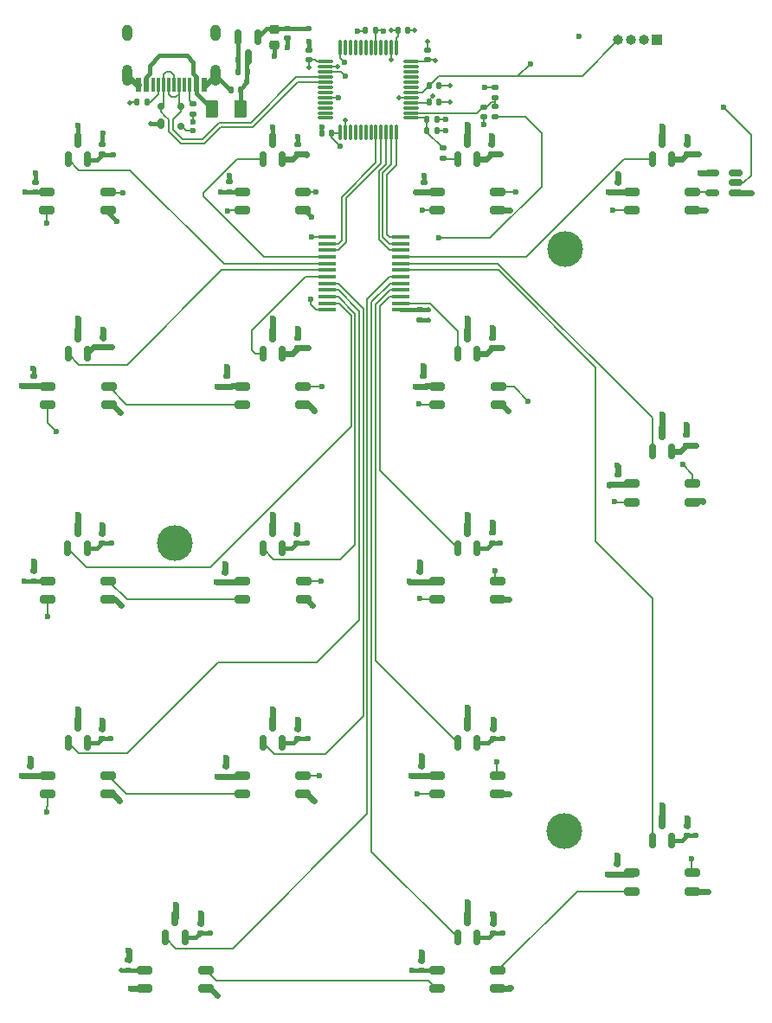
<source format=gbl>
G04 #@! TF.GenerationSoftware,KiCad,Pcbnew,8.0.5*
G04 #@! TF.CreationDate,2024-11-11T15:57:41+01:00*
G04 #@! TF.ProjectId,Klawiatura analogowa,4b6c6177-6961-4747-9572-6120616e616c,rev?*
G04 #@! TF.SameCoordinates,Original*
G04 #@! TF.FileFunction,Copper,L4,Bot*
G04 #@! TF.FilePolarity,Positive*
%FSLAX46Y46*%
G04 Gerber Fmt 4.6, Leading zero omitted, Abs format (unit mm)*
G04 Created by KiCad (PCBNEW 8.0.5) date 2024-11-11 15:57:41*
%MOMM*%
%LPD*%
G01*
G04 APERTURE LIST*
G04 Aperture macros list*
%AMRoundRect*
0 Rectangle with rounded corners*
0 $1 Rounding radius*
0 $2 $3 $4 $5 $6 $7 $8 $9 X,Y pos of 4 corners*
0 Add a 4 corners polygon primitive as box body*
4,1,4,$2,$3,$4,$5,$6,$7,$8,$9,$2,$3,0*
0 Add four circle primitives for the rounded corners*
1,1,$1+$1,$2,$3*
1,1,$1+$1,$4,$5*
1,1,$1+$1,$6,$7*
1,1,$1+$1,$8,$9*
0 Add four rect primitives between the rounded corners*
20,1,$1+$1,$2,$3,$4,$5,0*
20,1,$1+$1,$4,$5,$6,$7,0*
20,1,$1+$1,$6,$7,$8,$9,0*
20,1,$1+$1,$8,$9,$2,$3,0*%
G04 Aperture macros list end*
G04 #@! TA.AperFunction,ComponentPad*
%ADD10R,1.000000X1.000000*%
G04 #@! TD*
G04 #@! TA.AperFunction,ComponentPad*
%ADD11O,1.000000X1.000000*%
G04 #@! TD*
G04 #@! TA.AperFunction,SMDPad,CuDef*
%ADD12RoundRect,0.135000X-0.135000X-0.185000X0.135000X-0.185000X0.135000X0.185000X-0.135000X0.185000X0*%
G04 #@! TD*
G04 #@! TA.AperFunction,SMDPad,CuDef*
%ADD13RoundRect,0.135000X0.185000X-0.135000X0.185000X0.135000X-0.185000X0.135000X-0.185000X-0.135000X0*%
G04 #@! TD*
G04 #@! TA.AperFunction,SMDPad,CuDef*
%ADD14RoundRect,0.140000X-0.140000X-0.170000X0.140000X-0.170000X0.140000X0.170000X-0.140000X0.170000X0*%
G04 #@! TD*
G04 #@! TA.AperFunction,SMDPad,CuDef*
%ADD15RoundRect,0.200000X-0.550000X-0.200000X0.550000X-0.200000X0.550000X0.200000X-0.550000X0.200000X0*%
G04 #@! TD*
G04 #@! TA.AperFunction,ComponentPad*
%ADD16C,3.500000*%
G04 #@! TD*
G04 #@! TA.AperFunction,SMDPad,CuDef*
%ADD17RoundRect,0.150000X-0.150000X0.587500X-0.150000X-0.587500X0.150000X-0.587500X0.150000X0.587500X0*%
G04 #@! TD*
G04 #@! TA.AperFunction,SMDPad,CuDef*
%ADD18RoundRect,0.140000X0.140000X0.170000X-0.140000X0.170000X-0.140000X-0.170000X0.140000X-0.170000X0*%
G04 #@! TD*
G04 #@! TA.AperFunction,SMDPad,CuDef*
%ADD19RoundRect,0.140000X-0.170000X0.140000X-0.170000X-0.140000X0.170000X-0.140000X0.170000X0.140000X0*%
G04 #@! TD*
G04 #@! TA.AperFunction,SMDPad,CuDef*
%ADD20RoundRect,0.140000X0.170000X-0.140000X0.170000X0.140000X-0.170000X0.140000X-0.170000X-0.140000X0*%
G04 #@! TD*
G04 #@! TA.AperFunction,SMDPad,CuDef*
%ADD21RoundRect,0.150000X0.512500X0.150000X-0.512500X0.150000X-0.512500X-0.150000X0.512500X-0.150000X0*%
G04 #@! TD*
G04 #@! TA.AperFunction,SMDPad,CuDef*
%ADD22RoundRect,0.150000X-0.200000X-0.150000X0.200000X-0.150000X0.200000X0.150000X-0.200000X0.150000X0*%
G04 #@! TD*
G04 #@! TA.AperFunction,SMDPad,CuDef*
%ADD23RoundRect,0.175000X-0.175000X-0.325000X0.175000X-0.325000X0.175000X0.325000X-0.175000X0.325000X0*%
G04 #@! TD*
G04 #@! TA.AperFunction,SMDPad,CuDef*
%ADD24RoundRect,0.135000X0.135000X0.185000X-0.135000X0.185000X-0.135000X-0.185000X0.135000X-0.185000X0*%
G04 #@! TD*
G04 #@! TA.AperFunction,SMDPad,CuDef*
%ADD25R,1.750000X0.450000*%
G04 #@! TD*
G04 #@! TA.AperFunction,ComponentPad*
%ADD26O,1.000000X2.100000*%
G04 #@! TD*
G04 #@! TA.AperFunction,ComponentPad*
%ADD27O,1.000000X1.600000*%
G04 #@! TD*
G04 #@! TA.AperFunction,SMDPad,CuDef*
%ADD28R,0.600000X1.450000*%
G04 #@! TD*
G04 #@! TA.AperFunction,SMDPad,CuDef*
%ADD29R,0.300000X1.450000*%
G04 #@! TD*
G04 #@! TA.AperFunction,SMDPad,CuDef*
%ADD30RoundRect,0.075000X0.075000X0.662500X-0.075000X0.662500X-0.075000X-0.662500X0.075000X-0.662500X0*%
G04 #@! TD*
G04 #@! TA.AperFunction,SMDPad,CuDef*
%ADD31RoundRect,0.075000X0.662500X0.075000X-0.662500X0.075000X-0.662500X-0.075000X0.662500X-0.075000X0*%
G04 #@! TD*
G04 #@! TA.AperFunction,SMDPad,CuDef*
%ADD32RoundRect,0.250000X-0.375000X-0.625000X0.375000X-0.625000X0.375000X0.625000X-0.375000X0.625000X0*%
G04 #@! TD*
G04 #@! TA.AperFunction,SMDPad,CuDef*
%ADD33RoundRect,0.135000X-0.185000X0.135000X-0.185000X-0.135000X0.185000X-0.135000X0.185000X0.135000X0*%
G04 #@! TD*
G04 #@! TA.AperFunction,SMDPad,CuDef*
%ADD34RoundRect,0.225000X-0.250000X0.225000X-0.250000X-0.225000X0.250000X-0.225000X0.250000X0.225000X0*%
G04 #@! TD*
G04 #@! TA.AperFunction,ViaPad*
%ADD35C,0.600000*%
G04 #@! TD*
G04 #@! TA.AperFunction,ViaPad*
%ADD36C,0.500000*%
G04 #@! TD*
G04 #@! TA.AperFunction,Conductor*
%ADD37C,0.200000*%
G04 #@! TD*
G04 #@! TA.AperFunction,Conductor*
%ADD38C,0.400000*%
G04 #@! TD*
G04 #@! TA.AperFunction,Conductor*
%ADD39C,0.600000*%
G04 #@! TD*
G04 APERTURE END LIST*
D10*
X173200000Y-41650000D03*
D11*
X171930000Y-41650000D03*
X170660000Y-41650000D03*
X169390000Y-41650000D03*
D12*
X150690000Y-50500000D03*
X151710000Y-50500000D03*
D13*
X152250000Y-53210000D03*
X152250000Y-52190000D03*
D14*
X150720000Y-49450000D03*
X151680000Y-49450000D03*
D15*
X113550000Y-56530000D03*
X113550000Y-58310000D03*
X119550000Y-58310000D03*
X119550000Y-56530000D03*
D16*
X164200000Y-62150000D03*
D15*
X151657500Y-56519500D03*
X151657500Y-58299500D03*
X157657500Y-58299500D03*
X157657500Y-56519500D03*
D16*
X164150000Y-119050000D03*
D17*
X117507500Y-110467000D03*
X115607500Y-110467000D03*
X116557500Y-108592000D03*
D15*
X113557500Y-113669500D03*
X113557500Y-115449500D03*
X119557500Y-115449500D03*
X119557500Y-113669500D03*
X151657500Y-113669500D03*
X151657500Y-115449500D03*
X157657500Y-115449500D03*
X157657500Y-113669500D03*
D17*
X136557500Y-91417000D03*
X134657500Y-91417000D03*
X135607500Y-89542000D03*
D15*
X151657500Y-94619500D03*
X151657500Y-96399500D03*
X157657500Y-96399500D03*
X157657500Y-94619500D03*
D17*
X117510000Y-72387500D03*
X115610000Y-72387500D03*
X116560000Y-70512500D03*
D15*
X132607500Y-56519500D03*
X132607500Y-58299500D03*
X138607500Y-58299500D03*
X138607500Y-56519500D03*
D17*
X136557500Y-110467000D03*
X134657500Y-110467000D03*
X135607500Y-108592000D03*
D15*
X132617500Y-94629500D03*
X132617500Y-96409500D03*
X138617500Y-96409500D03*
X138617500Y-94629500D03*
D17*
X174657500Y-81892000D03*
X172757500Y-81892000D03*
X173707500Y-80017000D03*
D15*
X123070000Y-132708250D03*
X123070000Y-134488250D03*
X129070000Y-134488250D03*
X129070000Y-132708250D03*
D17*
X174657500Y-119992000D03*
X172757500Y-119992000D03*
X173707500Y-118117000D03*
X155607500Y-110467000D03*
X153707500Y-110467000D03*
X154657500Y-108592000D03*
X174657500Y-53317000D03*
X172757500Y-53317000D03*
X173707500Y-51442000D03*
X117481250Y-91408750D03*
X115581250Y-91408750D03*
X116531250Y-89533750D03*
X136557500Y-53317000D03*
X134657500Y-53317000D03*
X135607500Y-51442000D03*
D16*
X126000000Y-90900000D03*
D15*
X170707500Y-123194500D03*
X170707500Y-124974500D03*
X176707500Y-124974500D03*
X176707500Y-123194500D03*
X132607500Y-75569500D03*
X132607500Y-77349500D03*
X138607500Y-77349500D03*
X138607500Y-75569500D03*
X170707500Y-56519500D03*
X170707500Y-58299500D03*
X176707500Y-58299500D03*
X176707500Y-56519500D03*
D17*
X155607500Y-72367000D03*
X153707500Y-72367000D03*
X154657500Y-70492000D03*
D15*
X151682500Y-75571500D03*
X151682500Y-77351500D03*
X157682500Y-77351500D03*
X157682500Y-75571500D03*
D17*
X155607500Y-53317000D03*
X153707500Y-53317000D03*
X154657500Y-51442000D03*
X155611250Y-91394500D03*
X153711250Y-91394500D03*
X154661250Y-89519500D03*
X136567500Y-72349500D03*
X134667500Y-72349500D03*
X135617500Y-70474500D03*
D15*
X113580000Y-75590000D03*
X113580000Y-77370000D03*
X119580000Y-77370000D03*
X119580000Y-75590000D03*
X151657500Y-132719500D03*
X151657500Y-134499500D03*
X157657500Y-134499500D03*
X157657500Y-132719500D03*
D17*
X155607500Y-129517000D03*
X153707500Y-129517000D03*
X154657500Y-127642000D03*
D15*
X170707500Y-85094500D03*
X170707500Y-86874500D03*
X176707500Y-86874500D03*
X176707500Y-85094500D03*
X132607500Y-113669500D03*
X132607500Y-115449500D03*
X138607500Y-115449500D03*
X138607500Y-113669500D03*
X113557500Y-94619500D03*
X113557500Y-96399500D03*
X119557500Y-96399500D03*
X119557500Y-94619500D03*
D17*
X127020000Y-129537500D03*
X125120000Y-129537500D03*
X126070000Y-127662500D03*
X117500000Y-53327500D03*
X115600000Y-53327500D03*
X116550000Y-51452500D03*
D18*
X140395000Y-50775000D03*
X141355000Y-50775000D03*
D19*
X131400000Y-55537500D03*
X131400000Y-56497500D03*
D20*
X150775000Y-42645000D03*
X150775000Y-43605000D03*
D14*
X148855000Y-40725000D03*
X147895000Y-40725000D03*
D19*
X130950000Y-93749500D03*
X130950000Y-94709500D03*
D21*
X180900000Y-54667500D03*
X180900000Y-55617500D03*
X180900000Y-56567500D03*
X178625000Y-56567500D03*
X178625000Y-54667500D03*
D22*
X126650000Y-50050000D03*
X126650000Y-48150000D03*
X124650000Y-48150000D03*
D23*
X124650000Y-49850000D03*
D24*
X144665000Y-40725000D03*
X145685000Y-40725000D03*
D14*
X151855000Y-47725000D03*
X150895000Y-47725000D03*
D19*
X169350000Y-55570000D03*
X169350000Y-56530000D03*
X131100000Y-74570000D03*
X131100000Y-75530000D03*
D20*
X138062500Y-52817500D03*
X138062500Y-51857500D03*
X118950000Y-52820000D03*
X118950000Y-51860000D03*
X139175000Y-42645000D03*
X139175000Y-43605000D03*
D19*
X169300000Y-122337500D03*
X169300000Y-123297500D03*
D25*
X140950000Y-68075000D03*
X140950000Y-67425000D03*
X140950000Y-66775000D03*
X140950000Y-66125000D03*
X140950000Y-65475000D03*
X140950000Y-64825000D03*
X140950000Y-64175000D03*
X140950000Y-63525000D03*
X140950000Y-62875000D03*
X140950000Y-62225000D03*
X140950000Y-61575000D03*
X140950000Y-60925000D03*
X148150000Y-60925000D03*
X148150000Y-61575000D03*
X148150000Y-62225000D03*
X148150000Y-62875000D03*
X148150000Y-63525000D03*
X148150000Y-64175000D03*
X148150000Y-64825000D03*
X148150000Y-65475000D03*
X148150000Y-66125000D03*
X148150000Y-66775000D03*
X148150000Y-67425000D03*
X148150000Y-68075000D03*
D20*
X138062500Y-110017500D03*
X138062500Y-109057500D03*
X176162500Y-52797500D03*
X176162500Y-51837500D03*
D26*
X130020000Y-45105000D03*
D27*
X130020000Y-40925000D03*
D26*
X121380000Y-45105000D03*
D27*
X121380000Y-40925000D03*
D28*
X122450000Y-46020000D03*
X123250000Y-46020000D03*
D29*
X123950000Y-46020000D03*
X124950000Y-46020000D03*
X126450000Y-46020000D03*
X127450000Y-46020000D03*
D28*
X128150000Y-46020000D03*
X128950000Y-46020000D03*
X128950000Y-46020000D03*
X128150000Y-46020000D03*
D29*
X126950000Y-46020000D03*
X125950000Y-46020000D03*
X125450000Y-46020000D03*
X124450000Y-46020000D03*
D28*
X123250000Y-46020000D03*
X122450000Y-46020000D03*
D30*
X147725000Y-42362500D03*
X147225000Y-42362500D03*
X146725000Y-42362500D03*
X146225000Y-42362500D03*
X145725000Y-42362500D03*
X145225000Y-42362500D03*
X144725000Y-42362500D03*
X144225000Y-42362500D03*
X143725000Y-42362500D03*
X143225000Y-42362500D03*
X142725000Y-42362500D03*
X142225000Y-42362500D03*
D31*
X140812500Y-43775000D03*
X140812500Y-44275000D03*
X140812500Y-44775000D03*
X140812500Y-45275000D03*
X140812500Y-45775000D03*
X140812500Y-46275000D03*
X140812500Y-46775000D03*
X140812500Y-47275000D03*
X140812500Y-47775000D03*
X140812500Y-48275000D03*
X140812500Y-48775000D03*
X140812500Y-49275000D03*
D30*
X142225000Y-50687500D03*
X142725000Y-50687500D03*
X143225000Y-50687500D03*
X143725000Y-50687500D03*
X144225000Y-50687500D03*
X144725000Y-50687500D03*
X145225000Y-50687500D03*
X145725000Y-50687500D03*
X146225000Y-50687500D03*
X146725000Y-50687500D03*
X147225000Y-50687500D03*
X147725000Y-50687500D03*
D31*
X149137500Y-49275000D03*
X149137500Y-48775000D03*
X149137500Y-48275000D03*
X149137500Y-47775000D03*
X149137500Y-47275000D03*
X149137500Y-46775000D03*
X149137500Y-46275000D03*
X149137500Y-45775000D03*
X149137500Y-45275000D03*
X149137500Y-44775000D03*
X149137500Y-44275000D03*
X149137500Y-43775000D03*
D13*
X157350000Y-48150000D03*
X157350000Y-49170000D03*
X157350000Y-46260000D03*
X157350000Y-47280000D03*
D20*
X149975000Y-69010000D03*
X149975000Y-68050000D03*
X118961250Y-90901250D03*
X118961250Y-89941250D03*
D14*
X151855000Y-46125000D03*
X150895000Y-46125000D03*
D20*
X157081250Y-90879500D03*
X157081250Y-89919500D03*
D19*
X112200000Y-93620000D03*
X112200000Y-94580000D03*
D32*
X132450000Y-48400000D03*
X129650000Y-48400000D03*
D20*
X138017500Y-90909500D03*
X138017500Y-89949500D03*
D19*
X150450000Y-55570000D03*
X150450000Y-56530000D03*
X112381750Y-55548000D03*
X112381750Y-56508000D03*
D18*
X131520000Y-46550000D03*
X132480000Y-46550000D03*
D19*
X111900000Y-112737500D03*
X111900000Y-113697500D03*
D20*
X128543750Y-129080000D03*
X128543750Y-128120000D03*
X157162500Y-110017500D03*
X157162500Y-109057500D03*
D19*
X112200000Y-74520000D03*
X112200000Y-75480000D03*
D20*
X119007500Y-71712000D03*
X119007500Y-70752000D03*
X176162500Y-119517500D03*
X176162500Y-118557500D03*
X138097500Y-71794500D03*
X138097500Y-70834500D03*
D19*
X169400000Y-84220000D03*
X169400000Y-85180000D03*
D20*
X157087500Y-71799500D03*
X157087500Y-70839500D03*
X118962500Y-110017500D03*
X118962500Y-109057500D03*
D19*
X137050000Y-40520000D03*
X137050000Y-41480000D03*
X121500000Y-131720000D03*
X121500000Y-132680000D03*
D18*
X133180000Y-44750000D03*
X132220000Y-44750000D03*
D12*
X123360000Y-47750000D03*
X122340000Y-47750000D03*
D19*
X150350000Y-74570000D03*
X150350000Y-75530000D03*
D33*
X127800000Y-48910000D03*
X127800000Y-47890000D03*
D19*
X150000000Y-93719500D03*
X150000000Y-94679500D03*
D17*
X132250000Y-41400000D03*
X134150000Y-41400000D03*
X133200000Y-43275000D03*
D19*
X150150000Y-131750000D03*
X150150000Y-132710000D03*
D20*
X176062500Y-81297500D03*
X176062500Y-80337500D03*
X157062500Y-52797500D03*
X157062500Y-51837500D03*
D34*
X135750000Y-40575000D03*
X135750000Y-42125000D03*
D19*
X156250000Y-49150000D03*
X156250000Y-48190000D03*
X131050000Y-112770000D03*
X131050000Y-113730000D03*
X150150000Y-112720000D03*
X150150000Y-113680000D03*
D20*
X157162500Y-129097500D03*
X157162500Y-128137500D03*
D35*
X137050000Y-42400000D03*
X135800000Y-43200000D03*
X139150000Y-40550000D03*
X132250000Y-43550000D03*
X133100000Y-45800000D03*
X127800000Y-50500003D03*
X127800000Y-49700000D03*
X142200000Y-52050000D03*
X139400000Y-60900000D03*
X156250000Y-49950000D03*
X156350000Y-46300000D03*
X151900000Y-61050000D03*
X139350000Y-67000000D03*
X152500000Y-49450000D03*
X152500000Y-50500000D03*
X146475443Y-40750847D03*
X142700000Y-45150000D03*
X142600000Y-43800000D03*
X160800000Y-43950000D03*
X165550000Y-41300000D03*
D36*
X151313298Y-47119342D03*
X147225000Y-40725000D03*
X151525000Y-43625000D03*
X139200000Y-44300000D03*
D35*
X121506250Y-130780000D03*
D36*
X123650000Y-49850000D03*
D35*
X139700000Y-77900000D03*
X112400000Y-54700000D03*
X177700000Y-86800000D03*
X139400000Y-59000000D03*
X111887500Y-111950000D03*
X112192500Y-73768000D03*
X130200000Y-135200000D03*
X120400000Y-59400000D03*
X157100000Y-69800000D03*
X169337500Y-83302500D03*
X154700000Y-88100000D03*
X138100000Y-69900000D03*
X176100000Y-79300000D03*
X118900000Y-89100000D03*
X150362500Y-73530500D03*
X154650000Y-126050000D03*
X138000000Y-89100000D03*
X131102500Y-73635500D03*
D36*
X152975000Y-46125000D03*
D35*
X178200000Y-125000000D03*
X116600000Y-50000000D03*
X150000000Y-92800000D03*
X135600000Y-50200000D03*
X157000000Y-51000000D03*
D36*
X142725000Y-49525000D03*
X152925000Y-47725000D03*
D35*
X118950000Y-108250000D03*
X158700000Y-96400000D03*
X158600000Y-77900000D03*
X121700000Y-134500000D03*
X157200000Y-108200000D03*
X150187500Y-130912500D03*
X135600000Y-88100000D03*
X112200000Y-92678750D03*
X116600000Y-68900000D03*
X135600000Y-68900000D03*
X158850000Y-134450000D03*
D36*
X149475000Y-40725000D03*
D35*
X139500000Y-97000000D03*
X157150000Y-127200000D03*
D36*
X147975000Y-47275000D03*
X150875000Y-69050000D03*
D35*
X150387500Y-54932500D03*
X169387500Y-54732500D03*
X154700000Y-68900000D03*
X173700000Y-116550000D03*
X139175000Y-41825000D03*
X138050000Y-108150000D03*
X173700000Y-78300000D03*
X128550000Y-127150000D03*
X130950000Y-92900000D03*
D36*
X121600000Y-47800000D03*
X150775000Y-41775000D03*
D35*
X140450000Y-50150000D03*
X154650000Y-107000000D03*
X139650000Y-116150000D03*
X158800000Y-58300000D03*
X176200000Y-117800000D03*
X116550000Y-107150000D03*
X157100000Y-88900000D03*
X182400000Y-56600000D03*
X150137500Y-111732500D03*
X143875000Y-40775000D03*
X120650000Y-116100000D03*
X126100000Y-126250000D03*
D36*
X141975000Y-44225000D03*
D35*
X154700000Y-49900000D03*
X131037500Y-111882500D03*
X173700000Y-50100000D03*
X131400000Y-54900000D03*
X138062500Y-51137500D03*
X177900000Y-58300000D03*
X119000000Y-50800000D03*
X158750000Y-115450000D03*
X116600000Y-88100000D03*
X120800000Y-97000000D03*
X119007500Y-70000000D03*
D36*
X147225000Y-43525000D03*
D35*
X176200000Y-51100000D03*
X135600000Y-107150000D03*
X120700000Y-78100000D03*
X169287500Y-121500000D03*
X177450000Y-54650000D03*
X139000000Y-90900000D03*
X111037500Y-113700000D03*
X138950000Y-52850000D03*
X130187500Y-113732500D03*
X119800000Y-110000000D03*
X129487500Y-129088750D03*
X168537500Y-85202500D03*
X149700000Y-56500000D03*
X119900000Y-71700000D03*
X157900000Y-90900000D03*
X139100000Y-110050000D03*
X111300000Y-94600000D03*
X168387500Y-123300000D03*
X120000000Y-52900000D03*
X177050000Y-119500000D03*
X158100000Y-110050000D03*
X111400000Y-56500000D03*
X158150000Y-129100000D03*
X148968750Y-94650000D03*
X149137500Y-113682500D03*
X149237500Y-132712500D03*
X177250000Y-52800000D03*
X111092500Y-75468000D03*
X130132500Y-94700000D03*
X130550000Y-56500000D03*
X119850000Y-90900000D03*
X157900000Y-52800000D03*
X168487500Y-56532500D03*
X149562500Y-75530500D03*
D36*
X120756250Y-132680000D03*
X150825000Y-68050000D03*
D35*
X139050000Y-71800000D03*
X158050000Y-71800000D03*
X177050000Y-81300000D03*
X130152500Y-75535500D03*
X168850000Y-58275000D03*
X159400000Y-56500000D03*
X150275000Y-58275000D03*
X139850000Y-56525000D03*
X121000000Y-56575000D03*
X131200000Y-58350000D03*
X175700000Y-83200000D03*
X113500000Y-59550000D03*
X169025000Y-86850000D03*
X160600000Y-76975000D03*
X149925000Y-77300000D03*
X140475000Y-75550000D03*
X114400000Y-79950000D03*
X157375000Y-93600000D03*
X150025000Y-96350000D03*
X140325000Y-94600000D03*
X113625000Y-98050000D03*
X157550000Y-112300000D03*
X149750000Y-115450000D03*
X140150000Y-113700000D03*
X113550000Y-117250000D03*
X176600000Y-121800000D03*
X179700000Y-48250000D03*
X142025000Y-47325000D03*
D37*
X139681249Y-45750000D02*
X139706249Y-45775000D01*
X126606800Y-51775000D02*
X128943200Y-51775000D01*
X125425000Y-50593200D02*
X126606800Y-51775000D01*
X128943200Y-51775000D02*
X130543200Y-50175000D01*
X125425000Y-49448398D02*
X125425000Y-50593200D01*
X130543200Y-50175000D02*
X133643200Y-50175000D01*
X125026602Y-49050000D02*
X125425000Y-49448398D01*
X125024999Y-49050000D02*
X125026602Y-49050000D01*
X138068200Y-45750000D02*
X139681249Y-45750000D01*
X124650000Y-48675001D02*
X125024999Y-49050000D01*
X124650000Y-48150000D02*
X124650000Y-48675001D01*
X133643200Y-50175000D02*
X138068200Y-45750000D01*
X139706249Y-45275000D02*
X140812500Y-45275000D01*
X139706249Y-45775000D02*
X140812500Y-45775000D01*
X139681249Y-45300000D02*
X139706249Y-45275000D01*
X130356800Y-49725000D02*
X133456800Y-49725000D01*
X128756800Y-51325000D02*
X130356800Y-49725000D01*
X133456800Y-49725000D02*
X137881800Y-45300000D01*
X126793200Y-51325000D02*
X128756800Y-51325000D01*
X125875000Y-50406800D02*
X126793200Y-51325000D01*
X125875000Y-49450001D02*
X125875000Y-50406800D01*
X126650000Y-48675001D02*
X125875000Y-49450001D01*
X137881800Y-45300000D02*
X139681249Y-45300000D01*
X126650000Y-48150000D02*
X126650000Y-48675001D01*
D38*
X137050000Y-41480000D02*
X137050000Y-42400000D01*
X135750000Y-43150000D02*
X135800000Y-43200000D01*
X135750000Y-42125000D02*
X135750000Y-43150000D01*
X135000000Y-40550000D02*
X139150000Y-40550000D01*
X134150000Y-41400000D02*
X135000000Y-40550000D01*
X132220000Y-43580000D02*
X132250000Y-43550000D01*
X132220000Y-44750000D02*
X132220000Y-43580000D01*
X132250000Y-41400000D02*
X132250000Y-43550000D01*
X133100000Y-43375000D02*
X133200000Y-43275000D01*
X133100000Y-45800000D02*
X133100000Y-43375000D01*
X131465000Y-46550000D02*
X130020000Y-45105000D01*
X131520000Y-46550000D02*
X131465000Y-46550000D01*
X132480000Y-46420000D02*
X133100000Y-45800000D01*
X132480000Y-46550000D02*
X132480000Y-46420000D01*
X132450000Y-46580000D02*
X132480000Y-46550000D01*
X132450000Y-48400000D02*
X132450000Y-46580000D01*
X128150000Y-46900000D02*
X129650000Y-48400000D01*
X128150000Y-46020000D02*
X128150000Y-46900000D01*
D37*
X124450000Y-46995000D02*
X124450000Y-46020000D01*
X123695000Y-47750000D02*
X124450000Y-46995000D01*
X123360000Y-47750000D02*
X123695000Y-47750000D01*
X121650000Y-47750000D02*
X121600000Y-47800000D01*
X122340000Y-47750000D02*
X121650000Y-47750000D01*
D38*
X123650000Y-49850000D02*
X124650000Y-49850000D01*
D37*
X127100003Y-50500003D02*
X127800000Y-50500003D01*
X126650000Y-50050000D02*
X127100003Y-50500003D01*
X127800000Y-48910000D02*
X127800000Y-49700000D01*
X127450000Y-47540000D02*
X127800000Y-47890000D01*
X127450000Y-46020000D02*
X127450000Y-47540000D01*
X124950000Y-47850000D02*
X124650000Y-48150000D01*
X124950000Y-46020000D02*
X124950000Y-47850000D01*
X126450000Y-47950000D02*
X126650000Y-48150000D01*
X126450000Y-46020000D02*
X126450000Y-47950000D01*
X141355000Y-51205000D02*
X142200000Y-52050000D01*
X141355000Y-50775000D02*
X141355000Y-51205000D01*
X139425000Y-60925000D02*
X139400000Y-60900000D01*
X140950000Y-60925000D02*
X139425000Y-60925000D01*
X134775000Y-62875000D02*
X140950000Y-62875000D01*
X128850000Y-56950000D02*
X134775000Y-62875000D01*
X128850000Y-56601471D02*
X128850000Y-56950000D01*
X132134471Y-53317000D02*
X128850000Y-56601471D01*
X134657500Y-53317000D02*
X132134471Y-53317000D01*
X113550000Y-116665000D02*
X113557500Y-116657500D01*
X113557500Y-116657500D02*
X113557500Y-115449500D01*
X113550000Y-117250000D02*
X113550000Y-116665000D01*
X113580000Y-79130000D02*
X113580000Y-77370000D01*
X114400000Y-79950000D02*
X113580000Y-79130000D01*
X160350000Y-49170000D02*
X157350000Y-49170000D01*
X161950000Y-50770000D02*
X160350000Y-49170000D01*
X155575000Y-48775000D02*
X149137500Y-48775000D01*
X156160000Y-48190000D02*
X155575000Y-48775000D01*
X156250000Y-48190000D02*
X156160000Y-48190000D01*
X156510000Y-48190000D02*
X156250000Y-48190000D01*
X157000000Y-47700000D02*
X156510000Y-48190000D01*
X157350000Y-47700000D02*
X157000000Y-47700000D01*
X157350000Y-47700000D02*
X157350000Y-48150000D01*
X157350000Y-47280000D02*
X157350000Y-47700000D01*
X156250000Y-49150000D02*
X156250000Y-49950000D01*
X156390000Y-46260000D02*
X156350000Y-46300000D01*
X157350000Y-46260000D02*
X156390000Y-46260000D01*
X156898528Y-61050000D02*
X161950000Y-55998528D01*
X161950000Y-55998528D02*
X161950000Y-50770000D01*
X151900000Y-61050000D02*
X156898528Y-61050000D01*
X139350000Y-67550000D02*
X139350000Y-67000000D01*
X140950000Y-68075000D02*
X139875000Y-68075000D01*
X139875000Y-68075000D02*
X139350000Y-67550000D01*
X151680000Y-49450000D02*
X152500000Y-49450000D01*
X151710000Y-50500000D02*
X152500000Y-50500000D01*
X150720000Y-50660000D02*
X150720000Y-49450000D01*
X152250000Y-52190000D02*
X150720000Y-50660000D01*
X149137500Y-49275000D02*
X150545000Y-49275000D01*
X150545000Y-49275000D02*
X150720000Y-49450000D01*
X152250000Y-52190000D02*
X152250000Y-52110000D01*
X152357000Y-53317000D02*
X152250000Y-53210000D01*
X153707500Y-53317000D02*
X152357000Y-53317000D01*
X146449596Y-40725000D02*
X146475443Y-40750847D01*
X145685000Y-40725000D02*
X146449596Y-40725000D01*
X169954472Y-53317000D02*
X172757500Y-53317000D01*
X160396472Y-62875000D02*
X169954472Y-53317000D01*
X148150000Y-62875000D02*
X160396472Y-62875000D01*
X142109314Y-67425000D02*
X140950000Y-67425000D01*
X143275000Y-79450000D02*
X143275000Y-68590686D01*
X143275000Y-68590686D02*
X142109314Y-67425000D01*
X129475000Y-93250000D02*
X143275000Y-79450000D01*
X117422500Y-93250000D02*
X129475000Y-93250000D01*
X115581250Y-91408750D02*
X117422500Y-93250000D01*
X142325000Y-44775000D02*
X142700000Y-45150000D01*
X140812500Y-44775000D02*
X142325000Y-44775000D01*
X173200000Y-41900000D02*
X173350000Y-42050000D01*
X173200000Y-41650000D02*
X173200000Y-41900000D01*
X142225000Y-43425000D02*
X142225000Y-42362500D01*
X142600000Y-43800000D02*
X142225000Y-43425000D01*
X159610000Y-45140000D02*
X160800000Y-43950000D01*
X156850000Y-45140000D02*
X159610000Y-45140000D01*
X156850000Y-45140000D02*
X151880000Y-45140000D01*
X165900000Y-45140000D02*
X156850000Y-45140000D01*
X151880000Y-45140000D02*
X150895000Y-46125000D01*
X169390000Y-41650000D02*
X165900000Y-45140000D01*
X140395000Y-50205000D02*
X140395000Y-50775000D01*
X140450000Y-50150000D02*
X140395000Y-50205000D01*
X139200000Y-43630000D02*
X139175000Y-43605000D01*
X139200000Y-44300000D02*
X139200000Y-43630000D01*
X145685000Y-42322500D02*
X145725000Y-42362500D01*
X145685000Y-40725000D02*
X145685000Y-42322500D01*
X139755000Y-43605000D02*
X139925000Y-43775000D01*
X147895000Y-41305000D02*
X147725000Y-41475000D01*
X151505000Y-43605000D02*
X151525000Y-43625000D01*
X150605000Y-43775000D02*
X150775000Y-43605000D01*
X147725000Y-41475000D02*
X147725000Y-42362500D01*
X139175000Y-43605000D02*
X139755000Y-43605000D01*
X150895000Y-47537640D02*
X151313298Y-47119342D01*
X150895000Y-47725000D02*
X150895000Y-47537640D01*
X150845000Y-47775000D02*
X150895000Y-47725000D01*
X147895000Y-40725000D02*
X147225000Y-40725000D01*
X149137500Y-47775000D02*
X150845000Y-47775000D01*
X147895000Y-40725000D02*
X147895000Y-41305000D01*
X139925000Y-43775000D02*
X140812500Y-43775000D01*
X149137500Y-43775000D02*
X150605000Y-43775000D01*
X141355000Y-50775000D02*
X142137500Y-50775000D01*
X142137500Y-50775000D02*
X142225000Y-50687500D01*
X150775000Y-43605000D02*
X151505000Y-43605000D01*
D39*
X122295000Y-46020000D02*
X121380000Y-45105000D01*
X135617500Y-70374500D02*
X135617500Y-68917500D01*
X112200000Y-92678750D02*
X112200000Y-93620000D01*
X139049500Y-77249500D02*
X139700000Y-77900000D01*
X119999500Y-115449500D02*
X120650000Y-116100000D01*
X173707500Y-116557500D02*
X173700000Y-116550000D01*
X173707500Y-78307500D02*
X173700000Y-78300000D01*
X157407500Y-115449500D02*
X158749500Y-115449500D01*
D37*
X151855000Y-46125000D02*
X152975000Y-46125000D01*
D38*
X116557500Y-51492000D02*
X116557500Y-50042500D01*
D37*
X142725000Y-50687500D02*
X142725000Y-49525000D01*
D39*
X138357500Y-115449500D02*
X138949500Y-115449500D01*
X169350000Y-54770000D02*
X169387500Y-54732500D01*
X138062500Y-109057500D02*
X138062500Y-108162500D01*
X128832500Y-134499500D02*
X129499500Y-134499500D01*
X150000000Y-92800000D02*
X150000000Y-93719500D01*
X118962500Y-108262500D02*
X118950000Y-108250000D01*
X157407500Y-134499500D02*
X158800500Y-134499500D01*
D38*
X138357500Y-58299500D02*
X138699500Y-58299500D01*
D39*
X157081250Y-89819500D02*
X157081250Y-88918750D01*
X126150000Y-126300000D02*
X126100000Y-126250000D01*
X157162500Y-109057500D02*
X157162500Y-108237500D01*
X135617500Y-68917500D02*
X135600000Y-68900000D01*
X138097500Y-69902500D02*
X138100000Y-69900000D01*
X182367500Y-56567500D02*
X182400000Y-56600000D01*
X116557500Y-108592000D02*
X116557500Y-107157500D01*
X129499500Y-134499500D02*
X130200000Y-135200000D01*
X128556250Y-127156250D02*
X128550000Y-127150000D01*
X169400000Y-83365000D02*
X169337500Y-83302500D01*
X118961250Y-89941250D02*
X118961250Y-89161250D01*
X119307500Y-96399500D02*
X120199500Y-96399500D01*
X116557500Y-70492000D02*
X116557500Y-68942500D01*
X173707500Y-118117000D02*
X173707500Y-116557500D01*
D37*
X150775000Y-42645000D02*
X150775000Y-41775000D01*
D39*
X169400000Y-84120000D02*
X169400000Y-83365000D01*
D38*
X112389250Y-54710750D02*
X112400000Y-54700000D01*
D39*
X176162500Y-117837500D02*
X176200000Y-117800000D01*
X150150000Y-131750000D02*
X150150000Y-130950000D01*
X177674500Y-86774500D02*
X177700000Y-86800000D01*
D38*
X138699500Y-58299500D02*
X139400000Y-59000000D01*
D39*
X138367500Y-96409500D02*
X138909500Y-96409500D01*
X176162500Y-51837500D02*
X176162500Y-51137500D01*
X135607500Y-108592000D02*
X135607500Y-107157500D01*
X150150000Y-111745000D02*
X150137500Y-111732500D01*
X119007500Y-70000000D02*
X119007500Y-70852000D01*
X121700500Y-134499500D02*
X121700000Y-134500000D01*
X173707500Y-51442000D02*
X173707500Y-50107500D01*
X154657500Y-68942500D02*
X154700000Y-68900000D01*
X157951500Y-77251500D02*
X158600000Y-77900000D01*
X135607500Y-88107500D02*
X135600000Y-88100000D01*
D38*
X118957500Y-50842500D02*
X119000000Y-50800000D01*
X119349500Y-58349500D02*
X120400000Y-59400000D01*
D39*
X138017500Y-89117500D02*
X138000000Y-89100000D01*
D38*
X135607500Y-50207500D02*
X135600000Y-50200000D01*
D39*
X138062500Y-108162500D02*
X138050000Y-108150000D01*
D37*
X144615000Y-40775000D02*
X144665000Y-40725000D01*
D38*
X138062500Y-51857500D02*
X138062500Y-51137500D01*
D39*
X119307500Y-77267000D02*
X119867000Y-77267000D01*
X116531250Y-88168750D02*
X116600000Y-88100000D01*
X122450000Y-46020000D02*
X122295000Y-46020000D01*
X130950000Y-92900000D02*
X130950000Y-93749500D01*
X158699500Y-96399500D02*
X158700000Y-96400000D01*
X128950000Y-46020000D02*
X129105000Y-46020000D01*
X111900000Y-111962500D02*
X111887500Y-111950000D01*
X154657500Y-127642000D02*
X154657500Y-126057500D01*
X154657500Y-51442000D02*
X154657500Y-49942500D01*
X126150000Y-127550000D02*
X126150000Y-126300000D01*
D38*
X149975000Y-69010000D02*
X150835000Y-69010000D01*
D39*
X169300000Y-121512500D02*
X169287500Y-121500000D01*
X150150000Y-112720000D02*
X150150000Y-111745000D01*
X128556250Y-128131250D02*
X128556250Y-127156250D01*
X121512500Y-130786250D02*
X121506250Y-130780000D01*
X150150000Y-130950000D02*
X150187500Y-130912500D01*
D38*
X112200000Y-74520000D02*
X112200000Y-73775500D01*
D39*
X138097500Y-70734500D02*
X138097500Y-69902500D01*
D37*
X141925000Y-44275000D02*
X141975000Y-44225000D01*
X147225000Y-42362500D02*
X147225000Y-43525000D01*
D39*
X119307500Y-115449500D02*
X119999500Y-115449500D01*
X154657500Y-49942500D02*
X154700000Y-49900000D01*
D37*
X149137500Y-47275000D02*
X147975000Y-47275000D01*
D39*
X157162500Y-127212500D02*
X157150000Y-127200000D01*
X120199500Y-96399500D02*
X120800000Y-97000000D01*
X176162500Y-118557500D02*
X176162500Y-117837500D01*
X135607500Y-107157500D02*
X135600000Y-107150000D01*
D38*
X112200000Y-73775500D02*
X112192500Y-73768000D01*
D37*
X140812500Y-44275000D02*
X141925000Y-44275000D01*
D39*
X131050000Y-112770000D02*
X131050000Y-111895000D01*
D38*
X139175000Y-42645000D02*
X139175000Y-41825000D01*
D39*
X157062500Y-51062500D02*
X157000000Y-51000000D01*
D38*
X116557500Y-50042500D02*
X116600000Y-50000000D01*
D39*
X131050000Y-111895000D02*
X131037500Y-111882500D01*
D38*
X119307500Y-58349500D02*
X119349500Y-58349500D01*
D39*
X129105000Y-46020000D02*
X130020000Y-45105000D01*
X138017500Y-89949500D02*
X138017500Y-89117500D01*
X157407500Y-58299500D02*
X158799500Y-58299500D01*
X118962500Y-109057500D02*
X118962500Y-108262500D01*
X138909500Y-96409500D02*
X139500000Y-97000000D01*
X173707500Y-79917000D02*
X173707500Y-78307500D01*
X150350000Y-74470000D02*
X150350000Y-73543000D01*
X157162500Y-108237500D02*
X157200000Y-108200000D01*
X154661250Y-89419500D02*
X154661250Y-88138750D01*
X176457500Y-58299500D02*
X177899500Y-58299500D01*
X121512500Y-131731250D02*
X121512500Y-130786250D01*
X158799500Y-58299500D02*
X158800000Y-58300000D01*
X158749500Y-115449500D02*
X158750000Y-115450000D01*
X135607500Y-89542000D02*
X135607500Y-88107500D01*
X180900000Y-56567500D02*
X182367500Y-56567500D01*
X157087500Y-69812500D02*
X157100000Y-69800000D01*
X157432500Y-77251500D02*
X157951500Y-77251500D01*
D38*
X135607500Y-51442000D02*
X135607500Y-50207500D01*
D39*
X176062500Y-79337500D02*
X176100000Y-79300000D01*
X176062500Y-80237500D02*
X176062500Y-79337500D01*
X157087500Y-70739500D02*
X157087500Y-69812500D01*
D38*
X118957500Y-51899500D02*
X118957500Y-50842500D01*
D37*
X148855000Y-40725000D02*
X149475000Y-40725000D01*
D38*
X150450000Y-55570000D02*
X150450000Y-54995000D01*
D39*
X154657500Y-70392000D02*
X154657500Y-68942500D01*
X157062500Y-51837500D02*
X157062500Y-51062500D01*
X154657500Y-108592000D02*
X154657500Y-107007500D01*
X158800500Y-134499500D02*
X158850000Y-134450000D01*
X131100000Y-73638000D02*
X131102500Y-73635500D01*
X169350000Y-55570000D02*
X169350000Y-54770000D01*
D37*
X151855000Y-47725000D02*
X152925000Y-47725000D01*
D39*
X118961250Y-89161250D02*
X118900000Y-89100000D01*
X116557500Y-68942500D02*
X116600000Y-68900000D01*
X126082500Y-127673750D02*
X126082500Y-127617500D01*
X123332500Y-134499500D02*
X121700500Y-134499500D01*
X150350000Y-73543000D02*
X150362500Y-73530500D01*
X177899500Y-58299500D02*
X177900000Y-58300000D01*
X154657500Y-126057500D02*
X154650000Y-126050000D01*
X138949500Y-115449500D02*
X139650000Y-116150000D01*
D38*
X150450000Y-54995000D02*
X150387500Y-54932500D01*
D39*
X120800000Y-97000000D02*
X120550000Y-96750000D01*
X176457500Y-124974500D02*
X178174500Y-124974500D01*
X111900000Y-112737500D02*
X111900000Y-111962500D01*
X176162500Y-51137500D02*
X176200000Y-51100000D01*
X154661250Y-88138750D02*
X154700000Y-88100000D01*
X173707500Y-50107500D02*
X173700000Y-50100000D01*
X116557500Y-107157500D02*
X116550000Y-107150000D01*
X157162500Y-128137500D02*
X157162500Y-127212500D01*
X157407500Y-96399500D02*
X158699500Y-96399500D01*
X131100000Y-74470000D02*
X131100000Y-73638000D01*
X157081250Y-88918750D02*
X157100000Y-88900000D01*
X169300000Y-122337500D02*
X169300000Y-121512500D01*
X126082500Y-127617500D02*
X126150000Y-127550000D01*
D38*
X131400000Y-54900000D02*
X131400000Y-55537500D01*
D39*
X119867000Y-77267000D02*
X120700000Y-78100000D01*
X176457500Y-86774500D02*
X177674500Y-86774500D01*
X116531250Y-89533750D02*
X116531250Y-88168750D01*
D38*
X112389250Y-55587500D02*
X112389250Y-54710750D01*
D39*
X154657500Y-107007500D02*
X154650000Y-107000000D01*
D37*
X143875000Y-40775000D02*
X144615000Y-40775000D01*
D39*
X178174500Y-124974500D02*
X178200000Y-125000000D01*
X138357500Y-77249500D02*
X139049500Y-77249500D01*
X168490000Y-56530000D02*
X168487500Y-56532500D01*
X138062500Y-52817500D02*
X138917500Y-52817500D01*
X169400000Y-85180000D02*
X168560000Y-85180000D01*
X157087500Y-71799500D02*
X158049500Y-71799500D01*
D38*
X117481250Y-91408750D02*
X118453750Y-91408750D01*
D39*
X136557500Y-53317000D02*
X137563000Y-53317000D01*
X131050000Y-113730000D02*
X130190000Y-113730000D01*
D38*
X155611250Y-91394500D02*
X156566250Y-91394500D01*
X132607500Y-113669500D02*
X132210500Y-113669500D01*
X127020000Y-129537500D02*
X128086250Y-129537500D01*
D39*
X151907500Y-56519500D02*
X150584500Y-56519500D01*
X131100000Y-75530000D02*
X131562000Y-75530000D01*
D38*
X111447500Y-56547500D02*
X111400000Y-56500000D01*
X118957500Y-52859500D02*
X119959500Y-52859500D01*
D39*
X149140000Y-113680000D02*
X149137500Y-113682500D01*
D38*
X138017500Y-90909500D02*
X138990500Y-90909500D01*
X150150000Y-132710000D02*
X151648000Y-132710000D01*
D39*
X112200000Y-75480000D02*
X111104500Y-75480000D01*
X119888000Y-71712000D02*
X119900000Y-71700000D01*
D38*
X118513000Y-110467000D02*
X118962500Y-110017500D01*
D39*
X177467500Y-54667500D02*
X177450000Y-54650000D01*
X113779500Y-113697500D02*
X111900000Y-113697500D01*
X169300000Y-123297500D02*
X168390000Y-123297500D01*
X175643000Y-53317000D02*
X176162500Y-52797500D01*
D38*
X137510000Y-91417000D02*
X138017500Y-90909500D01*
D39*
X122780500Y-132691250D02*
X122888750Y-132799500D01*
X112407500Y-75512000D02*
X113732500Y-75512000D01*
D38*
X155607500Y-110467000D02*
X156713000Y-110467000D01*
D39*
X151879500Y-113697500D02*
X151907500Y-113669500D01*
D38*
X176162500Y-119517500D02*
X177032500Y-119517500D01*
D39*
X169372000Y-56552000D02*
X169350000Y-56530000D01*
X150000000Y-94679500D02*
X151597500Y-94679500D01*
D38*
X148150000Y-68075000D02*
X149950000Y-68075000D01*
X121500000Y-132680000D02*
X120756250Y-132680000D01*
D39*
X176062500Y-81297500D02*
X177047500Y-81297500D01*
X169562500Y-85177500D02*
X170874500Y-85177500D01*
D38*
X177032500Y-119517500D02*
X177050000Y-119500000D01*
X156743000Y-129517000D02*
X157162500Y-129097500D01*
D39*
X119007500Y-71712000D02*
X119888000Y-71712000D01*
D38*
X117507500Y-53367000D02*
X118450000Y-53367000D01*
D39*
X149563000Y-75530000D02*
X149562500Y-75530500D01*
X119007500Y-71712000D02*
X118062500Y-71712000D01*
D38*
X136557500Y-110467000D02*
X137613000Y-110467000D01*
D39*
X130190000Y-113730000D02*
X130187500Y-113732500D01*
X137563000Y-53317000D02*
X138062500Y-52817500D01*
X170957500Y-123194500D02*
X170854500Y-123297500D01*
X113732500Y-75512000D02*
X113807500Y-75587000D01*
X149590000Y-56530000D02*
X149587500Y-56532500D01*
D38*
X150172000Y-132732000D02*
X150150000Y-132710000D01*
X121500000Y-132680000D02*
X123041750Y-132680000D01*
X119959500Y-52859500D02*
X120000000Y-52900000D01*
D39*
X150472000Y-56552000D02*
X150450000Y-56530000D01*
D38*
X129478750Y-129080000D02*
X129487500Y-129088750D01*
X150150000Y-132710000D02*
X149240000Y-132710000D01*
D39*
X150350000Y-75530000D02*
X149563000Y-75530000D01*
X139044500Y-71794500D02*
X139050000Y-71800000D01*
X150150000Y-113680000D02*
X149140000Y-113680000D01*
X137542500Y-72349500D02*
X138097500Y-71794500D01*
X176162500Y-52797500D02*
X177247500Y-52797500D01*
X168390000Y-123297500D02*
X168387500Y-123300000D01*
X156520000Y-72367000D02*
X157087500Y-71799500D01*
X132150000Y-113730000D02*
X132517000Y-113730000D01*
X177247500Y-52797500D02*
X177250000Y-52800000D01*
X169350000Y-56530000D02*
X168490000Y-56530000D01*
X130142000Y-94709500D02*
X130132500Y-94700000D01*
D38*
X118450000Y-53367000D02*
X118957500Y-52859500D01*
X131584500Y-56519500D02*
X131562500Y-56497500D01*
X113785500Y-56547500D02*
X113807500Y-56569500D01*
X149975000Y-68050000D02*
X150825000Y-68050000D01*
D39*
X132787500Y-94709500D02*
X132867500Y-94629500D01*
D38*
X118962500Y-110017500D02*
X119782500Y-110017500D01*
D39*
X158049500Y-71799500D02*
X158050000Y-71800000D01*
D38*
X137613000Y-110467000D02*
X138062500Y-110017500D01*
D39*
X170854500Y-123297500D02*
X169300000Y-123297500D01*
D38*
X157081250Y-90879500D02*
X157879500Y-90879500D01*
D39*
X148998250Y-94679500D02*
X148968750Y-94650000D01*
D38*
X123041750Y-132680000D02*
X123070000Y-132708250D01*
D39*
X150562500Y-113697500D02*
X150545000Y-113680000D01*
X168560000Y-85180000D02*
X168537500Y-85202500D01*
D38*
X111319500Y-94619500D02*
X111300000Y-94600000D01*
X139067500Y-110017500D02*
X139100000Y-110050000D01*
D39*
X138097500Y-71794500D02*
X139044500Y-71794500D01*
D38*
X157162500Y-110017500D02*
X158067500Y-110017500D01*
D39*
X132537500Y-94709500D02*
X132617500Y-94629500D01*
D38*
X118961250Y-90901250D02*
X119848750Y-90901250D01*
D39*
X178625000Y-54667500D02*
X177467500Y-54667500D01*
D38*
X175688000Y-119992000D02*
X176162500Y-119517500D01*
D39*
X136567500Y-72349500D02*
X137542500Y-72349500D01*
D38*
X118453750Y-91408750D02*
X118961250Y-90901250D01*
X119782500Y-110017500D02*
X119800000Y-110000000D01*
X156713000Y-110467000D02*
X157162500Y-110017500D01*
D39*
X151266250Y-94679500D02*
X151326250Y-94619500D01*
X155607500Y-72367000D02*
X156520000Y-72367000D01*
X177047500Y-81297500D02*
X177050000Y-81300000D01*
D38*
X112389250Y-56547500D02*
X113785500Y-56547500D01*
D39*
X111104500Y-75480000D02*
X111092500Y-75468000D01*
X113807500Y-113669500D02*
X113779500Y-113697500D01*
D38*
X138062500Y-110017500D02*
X139067500Y-110017500D01*
D39*
X170874500Y-85177500D02*
X170957500Y-85094500D01*
X112375500Y-75480000D02*
X112407500Y-75512000D01*
X150557000Y-75530000D02*
X150587500Y-75499500D01*
X130950000Y-94709500D02*
X132537500Y-94709500D01*
D38*
X138990500Y-90909500D02*
X139000000Y-90900000D01*
D39*
X174657500Y-53317000D02*
X175643000Y-53317000D01*
D38*
X149950000Y-68075000D02*
X149975000Y-68050000D01*
D39*
X150545000Y-113680000D02*
X150150000Y-113680000D01*
D38*
X157879500Y-90879500D02*
X157900000Y-90900000D01*
D39*
X111900000Y-113697500D02*
X111040000Y-113697500D01*
X131562000Y-75530000D02*
X131597500Y-75494500D01*
D38*
X131562500Y-56497500D02*
X130552500Y-56497500D01*
X157162500Y-129097500D02*
X158147500Y-129097500D01*
D39*
X150587500Y-75499500D02*
X151860500Y-75499500D01*
D38*
X130552500Y-56497500D02*
X130550000Y-56500000D01*
X158067500Y-110017500D02*
X158100000Y-110050000D01*
D39*
X175468000Y-81892000D02*
X176062500Y-81297500D01*
D38*
X132210500Y-113669500D02*
X132150000Y-113730000D01*
D39*
X157897500Y-52797500D02*
X157900000Y-52800000D01*
X131050000Y-113730000D02*
X132150000Y-113730000D01*
X131100000Y-75530000D02*
X130158000Y-75530000D01*
X174657500Y-81892000D02*
X175468000Y-81892000D01*
D38*
X174657500Y-119992000D02*
X175688000Y-119992000D01*
D39*
X155607500Y-53317000D02*
X156543000Y-53317000D01*
X150450000Y-56530000D02*
X149590000Y-56530000D01*
D38*
X149240000Y-132710000D02*
X149237500Y-132712500D01*
X156566250Y-91394500D02*
X157081250Y-90879500D01*
D39*
X112200000Y-75480000D02*
X112375500Y-75480000D01*
X131597500Y-75494500D02*
X132782500Y-75494500D01*
D38*
X155607500Y-129517000D02*
X156743000Y-129517000D01*
D39*
X132517000Y-113730000D02*
X132545000Y-113702000D01*
D38*
X128543750Y-129080000D02*
X129478750Y-129080000D01*
X119848750Y-90901250D02*
X119850000Y-90900000D01*
D39*
X118062500Y-71712000D02*
X117507500Y-72267000D01*
X157062500Y-52797500D02*
X157897500Y-52797500D01*
X150350000Y-75530000D02*
X150557000Y-75530000D01*
X151860500Y-75499500D02*
X151932500Y-75571500D01*
D38*
X117507500Y-110467000D02*
X118513000Y-110467000D01*
D39*
X130950000Y-94709500D02*
X130142000Y-94709500D01*
X156543000Y-53317000D02*
X157062500Y-52797500D01*
D38*
X158147500Y-129097500D02*
X158150000Y-129100000D01*
X112389250Y-56547500D02*
X111447500Y-56547500D01*
D39*
X130158000Y-75530000D02*
X130152500Y-75535500D01*
D38*
X113557500Y-94619500D02*
X111319500Y-94619500D01*
D39*
X111040000Y-113697500D02*
X111037500Y-113700000D01*
D38*
X132857500Y-56519500D02*
X131584500Y-56519500D01*
X128086250Y-129537500D02*
X128543750Y-129080000D01*
D39*
X150562500Y-113697500D02*
X151879500Y-113697500D01*
X150000000Y-94679500D02*
X148998250Y-94679500D01*
X132782500Y-75494500D02*
X132857500Y-75569500D01*
X170957500Y-56519500D02*
X169584500Y-56519500D01*
D38*
X136557500Y-91417000D02*
X137510000Y-91417000D01*
D39*
X151597500Y-94679500D02*
X151657500Y-94619500D01*
X138917500Y-52817500D02*
X138950000Y-52850000D01*
D38*
X151648000Y-132710000D02*
X151657500Y-132719500D01*
D37*
X150245000Y-46775000D02*
X149137500Y-46775000D01*
X150895000Y-46125000D02*
X150245000Y-46775000D01*
D38*
X123589000Y-44897672D02*
X123589000Y-44136000D01*
X124550000Y-43175000D02*
X127200000Y-43175000D01*
X127811000Y-44897672D02*
X128150000Y-45236672D01*
X123250000Y-46020000D02*
X123250000Y-45236672D01*
X127200000Y-43175000D02*
X127811000Y-43786000D01*
X123589000Y-44136000D02*
X124550000Y-43175000D01*
X128150000Y-45236672D02*
X128150000Y-46020000D01*
X123250000Y-45236672D02*
X123589000Y-44897672D01*
X127811000Y-43786000D02*
X127811000Y-44897672D01*
D37*
X127450000Y-46020000D02*
X127450000Y-45675000D01*
X127450000Y-45675000D02*
X127500000Y-45625000D01*
X125600000Y-44775000D02*
X125950000Y-45125000D01*
X124950000Y-46020000D02*
X124950000Y-45045000D01*
X124950000Y-45045000D02*
X125220000Y-44775000D01*
X125950000Y-45125000D02*
X125950000Y-46020000D01*
X125220000Y-44775000D02*
X125600000Y-44775000D01*
X125450000Y-46020000D02*
X125450000Y-46995000D01*
X125450000Y-46995000D02*
X125680000Y-47225000D01*
X126150000Y-47225000D02*
X126450000Y-46925000D01*
X126450000Y-46925000D02*
X126450000Y-46020000D01*
X125680000Y-47225000D02*
X126150000Y-47225000D01*
X124500000Y-45970000D02*
X124450000Y-46020000D01*
X176457500Y-56519500D02*
X178577000Y-56519500D01*
X178577000Y-56519500D02*
X178625000Y-56567500D01*
X159400000Y-56500000D02*
X157677000Y-56500000D01*
X168874500Y-58299500D02*
X168850000Y-58275000D01*
X157677000Y-56500000D02*
X157657500Y-56519500D01*
X170707500Y-58299500D02*
X168874500Y-58299500D01*
X150999500Y-58299500D02*
X150975000Y-58275000D01*
X151657500Y-58299500D02*
X150299500Y-58299500D01*
X150299500Y-58299500D02*
X150275000Y-58275000D01*
X139850000Y-56525000D02*
X138613000Y-56525000D01*
X151657500Y-58299500D02*
X150999500Y-58299500D01*
X138613000Y-56525000D02*
X138607500Y-56519500D01*
X132607500Y-58299500D02*
X131250500Y-58299500D01*
X121000000Y-56575000D02*
X119595000Y-56575000D01*
X131250500Y-58299500D02*
X131200000Y-58350000D01*
X119595000Y-56575000D02*
X119550000Y-56530000D01*
X175700000Y-83200000D02*
X176707500Y-84207500D01*
X113550000Y-59500000D02*
X113500000Y-59550000D01*
X176707500Y-84207500D02*
X176707500Y-85094500D01*
X113550000Y-58310000D02*
X113550000Y-59500000D01*
X160600000Y-76975000D02*
X159196500Y-75571500D01*
X169049500Y-86874500D02*
X169025000Y-86850000D01*
X170707500Y-86874500D02*
X169049500Y-86874500D01*
X159196500Y-75571500D02*
X157682500Y-75571500D01*
X151682500Y-77351500D02*
X149976500Y-77351500D01*
X140475000Y-75550000D02*
X138627000Y-75550000D01*
X149976500Y-77351500D02*
X149925000Y-77300000D01*
X138627000Y-75550000D02*
X138607500Y-75569500D01*
X121339500Y-77349500D02*
X119580000Y-75590000D01*
X132607500Y-77349500D02*
X121339500Y-77349500D01*
X157375000Y-93600000D02*
X157375000Y-94337000D01*
X157375000Y-94337000D02*
X157657500Y-94619500D01*
X157407500Y-94619500D02*
X157657500Y-94619500D01*
X150074500Y-96399500D02*
X150025000Y-96350000D01*
X151657500Y-96399500D02*
X150074500Y-96399500D01*
X138647000Y-94600000D02*
X138617500Y-94629500D01*
X140325000Y-94600000D02*
X138647000Y-94600000D01*
X132617500Y-96409500D02*
X121347500Y-96409500D01*
X121347500Y-96409500D02*
X119557500Y-94619500D01*
X113557500Y-97982500D02*
X113625000Y-98050000D01*
X113557500Y-96399500D02*
X113557500Y-97982500D01*
X157550000Y-113562000D02*
X157657500Y-113669500D01*
X157550000Y-112300000D02*
X157550000Y-113562000D01*
X151657500Y-115449500D02*
X149750500Y-115449500D01*
X149750500Y-115449500D02*
X149750000Y-115450000D01*
X140150000Y-113700000D02*
X138638000Y-113700000D01*
X138638000Y-113700000D02*
X138607500Y-113669500D01*
X121337500Y-115449500D02*
X119557500Y-113669500D01*
X132607500Y-115449500D02*
X121337500Y-115449500D01*
X176600000Y-123087000D02*
X176707500Y-123194500D01*
X176600000Y-121800000D02*
X176600000Y-123087000D01*
X170707500Y-124974500D02*
X165402500Y-124974500D01*
X165402500Y-124974500D02*
X157657500Y-132719500D01*
X150883000Y-133725000D02*
X130086750Y-133725000D01*
X151657500Y-134499500D02*
X150883000Y-133725000D01*
X130086750Y-133725000D02*
X129070000Y-132708250D01*
X130825000Y-63525000D02*
X121675000Y-54375000D01*
X116647500Y-54375000D02*
X115600000Y-53327500D01*
X140950000Y-63525000D02*
X130825000Y-63525000D01*
X121675000Y-54375000D02*
X116647500Y-54375000D01*
X115610000Y-72460000D02*
X115650000Y-72500000D01*
X116647500Y-73425000D02*
X115610000Y-72387500D01*
X121368986Y-73425000D02*
X116647500Y-73425000D01*
X130618986Y-64175000D02*
X121368986Y-73425000D01*
X140950000Y-64175000D02*
X130618986Y-64175000D01*
X115610000Y-72387500D02*
X115610000Y-72460000D01*
X138826471Y-64825000D02*
X133575000Y-70076471D01*
X133575000Y-70076471D02*
X133575000Y-72050000D01*
X133575000Y-72050000D02*
X133874500Y-72349500D01*
X140950000Y-64825000D02*
X138826471Y-64825000D01*
X133874500Y-72349500D02*
X134667500Y-72349500D01*
X153707500Y-70154682D02*
X153707500Y-72367000D01*
X148150000Y-67425000D02*
X150977818Y-67425000D01*
X150977818Y-67425000D02*
X153707500Y-70154682D01*
X140950000Y-66775000D02*
X142025000Y-66775000D01*
X142234648Y-92475000D02*
X135715500Y-92475000D01*
X143675000Y-91034648D02*
X142234648Y-92475000D01*
X143675000Y-68425000D02*
X143675000Y-91034648D01*
X135715500Y-92475000D02*
X134657500Y-91417000D01*
X142025000Y-66775000D02*
X143675000Y-68425000D01*
X147015686Y-66775000D02*
X146075000Y-67715686D01*
X146075000Y-83758250D02*
X153711250Y-91394500D01*
X148150000Y-66775000D02*
X147015686Y-66775000D01*
X146075000Y-67715686D02*
X146075000Y-83758250D01*
X121366486Y-111504500D02*
X130270986Y-102600000D01*
X115607500Y-110467000D02*
X116645000Y-111504500D01*
X139925000Y-102600000D02*
X144075000Y-98450000D01*
X144075000Y-98450000D02*
X144075000Y-68175000D01*
X144075000Y-68175000D02*
X142025000Y-66125000D01*
X142025000Y-66125000D02*
X140950000Y-66125000D01*
X130270986Y-102600000D02*
X139925000Y-102600000D01*
X116645000Y-111504500D02*
X121366486Y-111504500D01*
X144475000Y-67925000D02*
X144475000Y-107864648D01*
X144475000Y-107864648D02*
X140789648Y-111550000D01*
X135740500Y-111550000D02*
X134657500Y-110467000D01*
X140950000Y-65475000D02*
X142025000Y-65475000D01*
X140789648Y-111550000D02*
X135740500Y-111550000D01*
X142025000Y-65475000D02*
X144475000Y-67925000D01*
X145675000Y-102434500D02*
X153707500Y-110467000D01*
X147100000Y-66125000D02*
X145675000Y-67550000D01*
X145675000Y-67550000D02*
X145675000Y-102434500D01*
X148150000Y-66125000D02*
X147100000Y-66125000D01*
X144875000Y-117403893D02*
X131703893Y-130575000D01*
X148150000Y-64825000D02*
X147075000Y-64825000D01*
X147075000Y-64825000D02*
X144875000Y-67025000D01*
X131703893Y-130575000D02*
X126157500Y-130575000D01*
X144875000Y-67025000D02*
X144875000Y-117403893D01*
X126157500Y-130575000D02*
X125120000Y-129537500D01*
X147100000Y-65475000D02*
X145275000Y-67300000D01*
X145275000Y-121084500D02*
X153707500Y-129517000D01*
X148150000Y-65475000D02*
X147100000Y-65475000D01*
X145275000Y-67300000D02*
X145275000Y-121084500D01*
X167200000Y-90714107D02*
X172757500Y-96271607D01*
X172757500Y-96271607D02*
X172757500Y-119992000D01*
X167200000Y-73665686D02*
X167200000Y-90714107D01*
X148150000Y-64175000D02*
X157709314Y-64175000D01*
X157709314Y-64175000D02*
X167200000Y-73665686D01*
X172757500Y-78657500D02*
X172757500Y-81892000D01*
X148150000Y-63525000D02*
X157625000Y-63525000D01*
X157625000Y-63525000D02*
X172757500Y-78657500D01*
X148150000Y-62225000D02*
X147075000Y-62225000D01*
X146725000Y-53781372D02*
X146725000Y-50687500D01*
X146000000Y-54506372D02*
X146725000Y-53781372D01*
X146000000Y-61150000D02*
X146000000Y-54506372D01*
X147075000Y-62225000D02*
X146000000Y-61150000D01*
X146225000Y-50687500D02*
X146225000Y-53715686D01*
X142800000Y-61450000D02*
X142025000Y-62225000D01*
X142025000Y-62225000D02*
X140950000Y-62225000D01*
X146225000Y-53715686D02*
X142800000Y-57140686D01*
X142800000Y-57140686D02*
X142800000Y-61450000D01*
X147725000Y-53925000D02*
X147725000Y-50687500D01*
X147050000Y-60925000D02*
X146800000Y-60675000D01*
X146800000Y-60675000D02*
X146800000Y-54850000D01*
X148150000Y-60925000D02*
X147050000Y-60925000D01*
X146800000Y-54850000D02*
X147725000Y-53925000D01*
X142350000Y-57025000D02*
X145725000Y-53650000D01*
X142025000Y-61575000D02*
X142350000Y-61250000D01*
X145725000Y-53650000D02*
X145725000Y-50687500D01*
X140950000Y-61575000D02*
X142025000Y-61575000D01*
X142350000Y-61250000D02*
X142350000Y-57025000D01*
X146400000Y-60900000D02*
X146400000Y-54672058D01*
X146400000Y-54672058D02*
X147225000Y-53847058D01*
X148150000Y-61575000D02*
X147075000Y-61575000D01*
X147075000Y-61575000D02*
X146400000Y-60900000D01*
X147225000Y-53847058D02*
X147225000Y-50687500D01*
X179700000Y-48250000D02*
X182400000Y-50950000D01*
X182400000Y-54900000D02*
X181682500Y-55617500D01*
X141975000Y-47275000D02*
X142025000Y-47325000D01*
X140812500Y-47275000D02*
X141975000Y-47275000D01*
X181682500Y-55617500D02*
X180900000Y-55617500D01*
X182400000Y-50950000D02*
X182400000Y-54900000D01*
M02*

</source>
